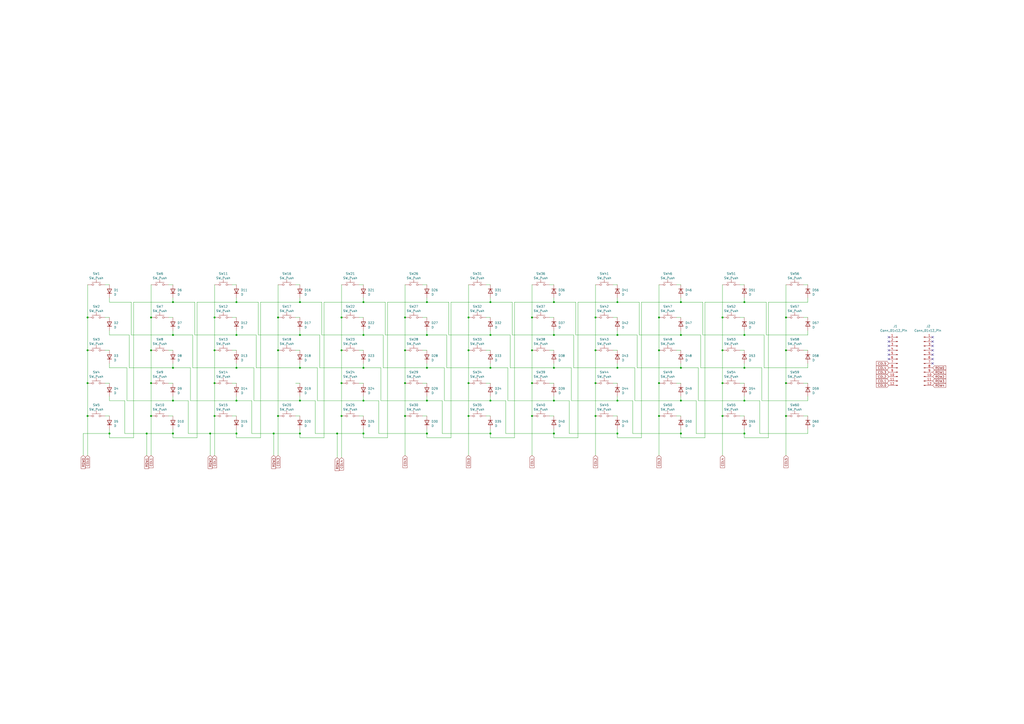
<source format=kicad_sch>
(kicad_sch (version 20230121) (generator eeschema)
  (paper "A2")
  (lib_symbols
    (symbol "Connector:Conn_01x12_Pin" (pin_names (offset 1.016) hide)
      (property "Reference" "J" (at 0 15.24 0))
      (property "Value" "Conn_01x12_Pin" (at 0 -17.78 0))
      (symbol "Conn_01x12_Pin_1_1"
        (pin passive line (at 5.08 12.7 180) (length 3.81) (name "Pin_1") (number "1"))
        (pin passive line (at 5.08 -10.16 180) (length 3.81) (name "Pin_10") (number "10"))
        (pin passive line (at 5.08 -12.7 180) (length 3.81) (name "Pin_11") (number "11"))
        (pin passive line (at 5.08 -15.24 180) (length 3.81) (name "Pin_12") (number "12"))
        (pin passive line (at 5.08 10.16 180) (length 3.81) (name "Pin_2") (number "2"))
        (pin passive line (at 5.08 7.62 180) (length 3.81) (name "Pin_3") (number "3"))
        (pin passive line (at 5.08 5.08 180) (length 3.81) (name "Pin_4") (number "4"))
        (pin passive line (at 5.08 2.54 180) (length 3.81) (name "Pin_5") (number "5"))
        (pin passive line (at 5.08 0 180) (length 3.81) (name "Pin_6") (number "6"))
        (pin passive line (at 5.08 -2.54 180) (length 3.81) (name "Pin_7") (number "7"))
        (pin passive line (at 5.08 -5.08 180) (length 3.81) (name "Pin_8") (number "8"))
        (pin passive line (at 5.08 -7.62 180) (length 3.81) (name "Pin_9") (number "9"))
      )
    )
    (symbol "Device:D" (pin_numbers hide) (pin_names (offset 1.016) hide)
      (property "Reference" "D" (at 0 2.54 0))
      (property "Value" "D" (at 0 -2.54 0))
      (symbol "D_1_1"
        (pin passive line (at -3.81 0 0) (length 2.54) (name "K") (number "1"))
        (pin passive line (at 3.81 0 180) (length 2.54) (name "A") (number "2"))
      )
    )
    (symbol "Switch:SW_Push" (pin_numbers hide) (pin_names (offset 1.016) hide)
      (property "Reference" "SW" (at 1.27 2.54 0))
      (property "Value" "SW_Push" (at 0 -1.524 0))
      (symbol "SW_Push_0_1"
        (pin passive line (at -5.08 0 0) (length 2.54) (name "1") (number "1"))
        (pin passive line (at 5.08 0 180) (length 2.54) (name "2") (number "2"))
      )
    )
  )
  (junction (at 284.48 213.36))
  (junction (at 87.63 184.15))
  (junction (at 137.16 251.46))
  (junction (at 284.48 194.31))
  (junction (at 455.93 203.2))
  (junction (at 271.78 222.25))
  (junction (at 198.12 203.2))
  (junction (at 195.58 251.46))
  (junction (at 137.16 175.26))
  (junction (at 431.8 232.41))
  (junction (at 87.63 241.3))
  (junction (at 100.33 213.36))
  (junction (at 308.61 184.15))
  (junction (at 124.46 241.3))
  (junction (at 308.61 222.25))
  (junction (at 198.12 241.3))
  (junction (at 198.12 184.15))
  (junction (at 382.27 222.25))
  (junction (at 50.8 203.2))
  (junction (at 308.61 241.3))
  (junction (at 455.93 241.3))
  (junction (at 358.14 251.46))
  (junction (at 198.12 222.25))
  (junction (at 100.33 194.31))
  (junction (at 124.46 203.2))
  (junction (at 87.63 222.25))
  (junction (at 247.65 194.31))
  (junction (at 321.31 251.46))
  (junction (at 358.14 213.36))
  (junction (at 345.44 203.2))
  (junction (at 321.31 232.41))
  (junction (at 394.97 194.31))
  (junction (at 234.95 184.15))
  (junction (at 394.97 251.46))
  (junction (at 382.27 203.2))
  (junction (at 85.09 251.46))
  (junction (at 234.95 241.3))
  (junction (at 394.97 175.26))
  (junction (at 419.1 184.15))
  (junction (at 210.82 194.31))
  (junction (at 345.44 184.15))
  (junction (at 431.8 213.36))
  (junction (at 173.99 194.31))
  (junction (at 161.29 203.2))
  (junction (at 173.99 175.26))
  (junction (at 284.48 232.41))
  (junction (at 50.8 222.25))
  (junction (at 50.8 184.15))
  (junction (at 121.92 251.46))
  (junction (at 431.8 175.26))
  (junction (at 234.95 222.25))
  (junction (at 321.31 213.36))
  (junction (at 173.99 251.46))
  (junction (at 382.27 241.3))
  (junction (at 63.5 251.46))
  (junction (at 137.16 213.36))
  (junction (at 100.33 232.41))
  (junction (at 308.61 203.2))
  (junction (at 358.14 194.31))
  (junction (at 345.44 241.3))
  (junction (at 50.8 241.3))
  (junction (at 100.33 251.46))
  (junction (at 158.75 251.46))
  (junction (at 87.63 203.2))
  (junction (at 247.65 251.46))
  (junction (at 247.65 175.26))
  (junction (at 419.1 203.2))
  (junction (at 284.48 175.26))
  (junction (at 455.93 222.25))
  (junction (at 419.1 241.3))
  (junction (at 124.46 184.15))
  (junction (at 137.16 194.31))
  (junction (at 358.14 175.26))
  (junction (at 137.16 232.41))
  (junction (at 210.82 213.36))
  (junction (at 124.46 222.25))
  (junction (at 284.48 251.46))
  (junction (at 234.95 203.2))
  (junction (at 173.99 213.36))
  (junction (at 210.82 251.46))
  (junction (at 271.78 241.3))
  (junction (at 345.44 222.25))
  (junction (at 394.97 213.36))
  (junction (at 210.82 175.26))
  (junction (at 100.33 175.26))
  (junction (at 382.27 184.15))
  (junction (at 394.97 232.41))
  (junction (at 247.65 213.36))
  (junction (at 210.82 232.41))
  (junction (at 455.93 184.15))
  (junction (at 161.29 184.15))
  (junction (at 247.65 232.41))
  (junction (at 271.78 203.2))
  (junction (at 358.14 232.41))
  (junction (at 321.31 175.26))
  (junction (at 321.31 194.31))
  (junction (at 419.1 222.25))
  (junction (at 161.29 241.3))
  (junction (at 173.99 232.41))
  (junction (at 431.8 194.31))
  (junction (at 271.78 184.15))
  (junction (at 431.8 251.46))
  (no_connect (at 515.62 205.74))
  (no_connect (at 515.62 195.58))
  (no_connect (at 541.02 200.66))
  (no_connect (at 515.62 198.12))
  (no_connect (at 541.02 208.28))
  (no_connect (at 515.62 200.66))
  (no_connect (at 515.62 203.2))
  (no_connect (at 515.62 208.28))
  (no_connect (at 541.02 198.12))
  (no_connect (at 541.02 210.82))
  (no_connect (at 541.02 195.58))
  (no_connect (at 541.02 205.74))
  (no_connect (at 541.02 203.2))
  (wire (pts (xy 77.47 254) (xy 77.47 175.26)))
  (wire (pts (xy 358.14 241.3) (xy 355.6 241.3)))
  (wire (pts (xy 124.46 241.3) (xy 124.46 264.16)))
  (wire (pts (xy 271.78 184.15) (xy 271.78 203.2)))
  (wire (pts (xy 321.31 165.1) (xy 318.77 165.1)))
  (wire (pts (xy 247.65 213.36) (xy 257.81 213.36)))
  (wire (pts (xy 198.12 165.1) (xy 198.12 184.15)))
  (wire (pts (xy 394.97 248.92) (xy 394.97 251.46)))
  (wire (pts (xy 358.14 229.87) (xy 358.14 232.41)))
  (wire (pts (xy 367.03 251.46) (xy 394.97 251.46)))
  (wire (pts (xy 50.8 241.3) (xy 50.8 264.16)))
  (wire (pts (xy 77.47 175.26) (xy 100.33 175.26)))
  (wire (pts (xy 394.97 213.36) (xy 405.13 213.36)))
  (wire (pts (xy 257.81 213.36) (xy 257.81 232.41)))
  (wire (pts (xy 63.5 175.26) (xy 76.2 175.26)))
  (wire (pts (xy 332.74 194.31) (xy 332.74 213.36)))
  (wire (pts (xy 173.99 254) (xy 173.99 251.46)))
  (wire (pts (xy 345.44 165.1) (xy 345.44 184.15)))
  (wire (pts (xy 308.61 184.15) (xy 308.61 203.2)))
  (wire (pts (xy 295.91 194.31) (xy 295.91 213.36)))
  (wire (pts (xy 198.12 241.3) (xy 198.12 265.43)))
  (wire (pts (xy 330.2 251.46) (xy 358.14 251.46)))
  (wire (pts (xy 330.2 232.41) (xy 330.2 251.46)))
  (wire (pts (xy 63.5 210.82) (xy 63.5 213.36)))
  (wire (pts (xy 173.99 184.15) (xy 171.45 184.15)))
  (wire (pts (xy 185.42 194.31) (xy 185.42 213.36)))
  (wire (pts (xy 431.8 184.15) (xy 429.26 184.15)))
  (wire (pts (xy 210.82 175.26) (xy 223.52 175.26)))
  (wire (pts (xy 382.27 184.15) (xy 382.27 203.2)))
  (wire (pts (xy 419.1 165.1) (xy 419.1 184.15)))
  (wire (pts (xy 468.63 184.15) (xy 466.09 184.15)))
  (wire (pts (xy 247.65 232.41) (xy 256.54 232.41)))
  (wire (pts (xy 445.77 254) (xy 445.77 175.26)))
  (wire (pts (xy 321.31 172.72) (xy 321.31 175.26)))
  (wire (pts (xy 293.37 251.46) (xy 321.31 251.46)))
  (wire (pts (xy 100.33 210.82) (xy 100.33 213.36)))
  (wire (pts (xy 297.18 194.31) (xy 321.31 194.31)))
  (wire (pts (xy 50.8 203.2) (xy 50.8 222.25)))
  (wire (pts (xy 247.65 172.72) (xy 247.65 175.26)))
  (wire (pts (xy 185.42 213.36) (xy 210.82 213.36)))
  (wire (pts (xy 394.97 254) (xy 408.94 254)))
  (wire (pts (xy 419.1 222.25) (xy 419.1 241.3)))
  (wire (pts (xy 284.48 165.1) (xy 281.94 165.1)))
  (wire (pts (xy 219.71 232.41) (xy 219.71 251.46)))
  (wire (pts (xy 210.82 172.72) (xy 210.82 175.26)))
  (wire (pts (xy 358.14 203.2) (xy 355.6 203.2)))
  (wire (pts (xy 222.25 194.31) (xy 222.25 213.36)))
  (wire (pts (xy 271.78 222.25) (xy 271.78 241.3)))
  (wire (pts (xy 444.5 175.26) (xy 444.5 194.31)))
  (wire (pts (xy 114.3 254) (xy 114.3 175.26)))
  (wire (pts (xy 394.97 175.26) (xy 407.67 175.26)))
  (wire (pts (xy 63.5 184.15) (xy 60.96 184.15)))
  (wire (pts (xy 48.26 251.46) (xy 48.26 264.16)))
  (wire (pts (xy 63.5 213.36) (xy 73.66 213.36)))
  (wire (pts (xy 210.82 254) (xy 210.82 251.46)))
  (wire (pts (xy 247.65 203.2) (xy 245.11 203.2)))
  (wire (pts (xy 358.14 210.82) (xy 358.14 213.36)))
  (wire (pts (xy 113.03 194.31) (xy 137.16 194.31)))
  (wire (pts (xy 345.44 222.25) (xy 345.44 241.3)))
  (wire (pts (xy 247.65 194.31) (xy 259.08 194.31)))
  (wire (pts (xy 331.47 232.41) (xy 358.14 232.41)))
  (wire (pts (xy 403.86 232.41) (xy 403.86 251.46)))
  (wire (pts (xy 468.63 248.92) (xy 468.63 251.46)))
  (wire (pts (xy 284.48 213.36) (xy 294.64 213.36)))
  (wire (pts (xy 431.8 254) (xy 431.8 251.46)))
  (wire (pts (xy 358.14 213.36) (xy 368.3 213.36)))
  (wire (pts (xy 173.99 241.3) (xy 171.45 241.3)))
  (wire (pts (xy 63.5 241.3) (xy 60.96 241.3)))
  (wire (pts (xy 234.95 241.3) (xy 234.95 264.16)))
  (wire (pts (xy 184.15 213.36) (xy 184.15 232.41)))
  (wire (pts (xy 87.63 184.15) (xy 87.63 203.2)))
  (wire (pts (xy 63.5 229.87) (xy 63.5 232.41)))
  (wire (pts (xy 100.33 232.41) (xy 109.22 232.41)))
  (wire (pts (xy 220.98 213.36) (xy 220.98 232.41)))
  (wire (pts (xy 173.99 165.1) (xy 171.45 165.1)))
  (wire (pts (xy 161.29 184.15) (xy 161.29 203.2)))
  (wire (pts (xy 441.96 232.41) (xy 468.63 232.41)))
  (wire (pts (xy 63.5 165.1) (xy 60.96 165.1)))
  (wire (pts (xy 271.78 241.3) (xy 271.78 264.16)))
  (wire (pts (xy 100.33 194.31) (xy 111.76 194.31)))
  (wire (pts (xy 210.82 165.1) (xy 208.28 165.1)))
  (wire (pts (xy 210.82 222.25) (xy 208.28 222.25)))
  (wire (pts (xy 308.61 165.1) (xy 308.61 184.15)))
  (wire (pts (xy 321.31 241.3) (xy 318.77 241.3)))
  (wire (pts (xy 284.48 248.92) (xy 284.48 251.46)))
  (wire (pts (xy 468.63 241.3) (xy 466.09 241.3)))
  (wire (pts (xy 100.33 254) (xy 114.3 254)))
  (wire (pts (xy 334.01 194.31) (xy 358.14 194.31)))
  (wire (pts (xy 382.27 241.3) (xy 382.27 264.16)))
  (wire (pts (xy 259.08 213.36) (xy 284.48 213.36)))
  (wire (pts (xy 382.27 203.2) (xy 382.27 222.25)))
  (wire (pts (xy 419.1 203.2) (xy 419.1 222.25)))
  (wire (pts (xy 358.14 254) (xy 372.11 254)))
  (wire (pts (xy 220.98 232.41) (xy 247.65 232.41)))
  (wire (pts (xy 247.65 165.1) (xy 245.11 165.1)))
  (wire (pts (xy 74.93 213.36) (xy 100.33 213.36)))
  (wire (pts (xy 63.5 203.2) (xy 60.96 203.2)))
  (wire (pts (xy 455.93 222.25) (xy 455.93 241.3)))
  (wire (pts (xy 137.16 254) (xy 137.16 251.46)))
  (wire (pts (xy 173.99 203.2) (xy 171.45 203.2)))
  (wire (pts (xy 468.63 191.77) (xy 468.63 194.31)))
  (wire (pts (xy 187.96 254) (xy 187.96 175.26)))
  (wire (pts (xy 114.3 175.26) (xy 137.16 175.26)))
  (wire (pts (xy 406.4 213.36) (xy 431.8 213.36)))
  (wire (pts (xy 137.16 194.31) (xy 148.59 194.31)))
  (wire (pts (xy 73.66 213.36) (xy 73.66 232.41)))
  (wire (pts (xy 382.27 165.1) (xy 382.27 184.15)))
  (wire (pts (xy 63.5 172.72) (xy 63.5 175.26)))
  (wire (pts (xy 146.05 232.41) (xy 146.05 251.46)))
  (wire (pts (xy 173.99 232.41) (xy 182.88 232.41)))
  (wire (pts (xy 321.31 254) (xy 321.31 251.46)))
  (wire (pts (xy 100.33 175.26) (xy 113.03 175.26)))
  (wire (pts (xy 219.71 251.46) (xy 247.65 251.46)))
  (wire (pts (xy 173.99 175.26) (xy 186.69 175.26)))
  (wire (pts (xy 223.52 194.31) (xy 247.65 194.31)))
  (wire (pts (xy 394.97 254) (xy 394.97 251.46)))
  (wire (pts (xy 76.2 175.26) (xy 76.2 194.31)))
  (wire (pts (xy 223.52 175.26) (xy 223.52 194.31)))
  (wire (pts (xy 173.99 254) (xy 187.96 254)))
  (wire (pts (xy 63.5 191.77) (xy 63.5 194.31)))
  (wire (pts (xy 345.44 184.15) (xy 345.44 203.2)))
  (wire (pts (xy 431.8 229.87) (xy 431.8 232.41)))
  (wire (pts (xy 87.63 222.25) (xy 87.63 241.3)))
  (wire (pts (xy 210.82 210.82) (xy 210.82 213.36)))
  (wire (pts (xy 234.95 203.2) (xy 234.95 222.25)))
  (wire (pts (xy 173.99 194.31) (xy 185.42 194.31)))
  (wire (pts (xy 124.46 165.1) (xy 124.46 184.15)))
  (wire (pts (xy 394.97 210.82) (xy 394.97 213.36)))
  (wire (pts (xy 321.31 191.77) (xy 321.31 194.31)))
  (wire (pts (xy 443.23 213.36) (xy 468.63 213.36)))
  (wire (pts (xy 394.97 222.25) (xy 392.43 222.25)))
  (wire (pts (xy 210.82 241.3) (xy 208.28 241.3)))
  (wire (pts (xy 468.63 203.2) (xy 466.09 203.2)))
  (wire (pts (xy 100.33 241.3) (xy 97.79 241.3)))
  (wire (pts (xy 147.32 232.41) (xy 173.99 232.41)))
  (wire (pts (xy 370.84 175.26) (xy 370.84 194.31)))
  (wire (pts (xy 284.48 232.41) (xy 293.37 232.41)))
  (wire (pts (xy 234.95 222.25) (xy 234.95 241.3)))
  (wire (pts (xy 443.23 194.31) (xy 443.23 213.36)))
  (wire (pts (xy 173.99 248.92) (xy 173.99 251.46)))
  (wire (pts (xy 367.03 232.41) (xy 367.03 251.46)))
  (wire (pts (xy 137.16 232.41) (xy 146.05 232.41)))
  (wire (pts (xy 321.31 248.92) (xy 321.31 251.46)))
  (wire (pts (xy 110.49 213.36) (xy 110.49 232.41)))
  (wire (pts (xy 173.99 191.77) (xy 173.99 194.31)))
  (wire (pts (xy 345.44 203.2) (xy 345.44 222.25)))
  (wire (pts (xy 369.57 213.36) (xy 394.97 213.36)))
  (wire (pts (xy 146.05 251.46) (xy 158.75 251.46)))
  (wire (pts (xy 444.5 194.31) (xy 468.63 194.31)))
  (wire (pts (xy 186.69 194.31) (xy 210.82 194.31)))
  (wire (pts (xy 195.58 251.46) (xy 195.58 265.43)))
  (wire (pts (xy 358.14 194.31) (xy 369.57 194.31)))
  (wire (pts (xy 147.32 213.36) (xy 147.32 232.41)))
  (wire (pts (xy 151.13 175.26) (xy 173.99 175.26)))
  (wire (pts (xy 372.11 175.26) (xy 394.97 175.26)))
  (wire (pts (xy 308.61 222.25) (xy 308.61 241.3)))
  (wire (pts (xy 431.8 241.3) (xy 429.26 241.3)))
  (wire (pts (xy 85.09 251.46) (xy 85.09 264.16)))
  (wire (pts (xy 111.76 194.31) (xy 111.76 213.36)))
  (wire (pts (xy 195.58 251.46) (xy 210.82 251.46)))
  (wire (pts (xy 431.8 254) (xy 445.77 254)))
  (wire (pts (xy 431.8 175.26) (xy 444.5 175.26)))
  (wire (pts (xy 358.14 175.26) (xy 370.84 175.26)))
  (wire (pts (xy 124.46 222.25) (xy 124.46 241.3)))
  (wire (pts (xy 121.92 251.46) (xy 137.16 251.46)))
  (wire (pts (xy 394.97 194.31) (xy 406.4 194.31)))
  (wire (pts (xy 247.65 241.3) (xy 245.11 241.3)))
  (wire (pts (xy 431.8 203.2) (xy 429.26 203.2)))
  (wire (pts (xy 257.81 232.41) (xy 284.48 232.41)))
  (wire (pts (xy 284.48 241.3) (xy 281.94 241.3)))
  (wire (pts (xy 394.97 184.15) (xy 392.43 184.15)))
  (wire (pts (xy 161.29 165.1) (xy 161.29 184.15)))
  (wire (pts (xy 321.31 203.2) (xy 318.77 203.2)))
  (wire (pts (xy 431.8 213.36) (xy 441.96 213.36)))
  (wire (pts (xy 137.16 213.36) (xy 147.32 213.36)))
  (wire (pts (xy 72.39 251.46) (xy 85.09 251.46)))
  (wire (pts (xy 297.18 175.26) (xy 297.18 194.31)))
  (wire (pts (xy 85.09 251.46) (xy 100.33 251.46)))
  (wire (pts (xy 50.8 222.25) (xy 50.8 241.3)))
  (wire (pts (xy 247.65 254) (xy 247.65 251.46)))
  (wire (pts (xy 247.65 222.25) (xy 245.11 222.25)))
  (wire (pts (xy 210.82 232.41) (xy 219.71 232.41)))
  (wire (pts (xy 321.31 254) (xy 335.28 254)))
  (wire (pts (xy 173.99 229.87) (xy 173.99 232.41)))
  (wire (pts (xy 370.84 194.31) (xy 394.97 194.31)))
  (wire (pts (xy 50.8 184.15) (xy 50.8 203.2)))
  (wire (pts (xy 358.14 254) (xy 358.14 251.46)))
  (wire (pts (xy 298.45 254) (xy 298.45 175.26)))
  (wire (pts (xy 284.48 203.2) (xy 281.94 203.2)))
  (wire (pts (xy 74.93 194.31) (xy 74.93 213.36)))
  (wire (pts (xy 234.95 184.15) (xy 234.95 203.2)))
  (wire (pts (xy 372.11 254) (xy 372.11 175.26)))
  (wire (pts (xy 256.54 232.41) (xy 256.54 251.46)))
  (wire (pts (xy 137.16 248.92) (xy 137.16 251.46)))
  (wire (pts (xy 109.22 251.46) (xy 121.92 251.46)))
  (wire (pts (xy 247.65 210.82) (xy 247.65 213.36)))
  (wire (pts (xy 455.93 184.15) (xy 455.93 203.2)))
  (wire (pts (xy 335.28 175.26) (xy 358.14 175.26)))
  (wire (pts (xy 100.33 172.72) (xy 100.33 175.26)))
  (wire (pts (xy 431.8 165.1) (xy 429.26 165.1)))
  (wire (pts (xy 407.67 194.31) (xy 431.8 194.31)))
  (wire (pts (xy 158.75 251.46) (xy 158.75 264.16)))
  (wire (pts (xy 468.63 172.72) (xy 468.63 175.26)))
  (wire (pts (xy 182.88 232.41) (xy 182.88 251.46)))
  (wire (pts (xy 419.1 184.15) (xy 419.1 203.2)))
  (wire (pts (xy 100.33 191.77) (xy 100.33 194.31)))
  (wire (pts (xy 148.59 213.36) (xy 173.99 213.36)))
  (wire (pts (xy 321.31 194.31) (xy 332.74 194.31)))
  (wire (pts (xy 284.48 254) (xy 298.45 254)))
  (wire (pts (xy 100.33 213.36) (xy 110.49 213.36)))
  (wire (pts (xy 284.48 254) (xy 284.48 251.46)))
  (wire (pts (xy 332.74 213.36) (xy 358.14 213.36)))
  (wire (pts (xy 210.82 213.36) (xy 220.98 213.36)))
  (wire (pts (xy 247.65 254) (xy 261.62 254)))
  (wire (pts (xy 441.96 213.36) (xy 441.96 232.41)))
  (wire (pts (xy 137.16 175.26) (xy 149.86 175.26)))
  (wire (pts (xy 124.46 184.15) (xy 124.46 203.2)))
  (wire (pts (xy 419.1 241.3) (xy 419.1 264.16)))
  (wire (pts (xy 63.5 232.41) (xy 72.39 232.41)))
  (wire (pts (xy 394.97 191.77) (xy 394.97 194.31)))
  (wire (pts (xy 321.31 232.41) (xy 330.2 232.41)))
  (wire (pts (xy 198.12 184.15) (xy 198.12 203.2)))
  (wire (pts (xy 321.31 229.87) (xy 321.31 232.41)))
  (wire (pts (xy 295.91 213.36) (xy 321.31 213.36)))
  (wire (pts (xy 76.2 194.31) (xy 100.33 194.31)))
  (wire (pts (xy 260.35 194.31) (xy 284.48 194.31)))
  (wire (pts (xy 198.12 203.2) (xy 198.12 222.25)))
  (wire (pts (xy 186.69 175.26) (xy 186.69 194.31)))
  (wire (pts (xy 173.99 213.36) (xy 184.15 213.36)))
  (wire (pts (xy 161.29 203.2) (xy 161.29 241.3)))
  (wire (pts (xy 184.15 232.41) (xy 210.82 232.41)))
  (wire (pts (xy 431.8 194.31) (xy 443.23 194.31)))
  (wire (pts (xy 394.97 229.87) (xy 394.97 232.41)))
  (wire (pts (xy 394.97 172.72) (xy 394.97 175.26)))
  (wire (pts (xy 173.99 222.25) (xy 171.45 222.25)))
  (wire (pts (xy 210.82 191.77) (xy 210.82 194.31)))
  (wire (pts (xy 440.69 251.46) (xy 468.63 251.46)))
  (wire (pts (xy 335.28 254) (xy 335.28 175.26)))
  (wire (pts (xy 137.16 241.3) (xy 134.62 241.3)))
  (wire (pts (xy 137.16 210.82) (xy 137.16 213.36)))
  (wire (pts (xy 100.33 184.15) (xy 97.79 184.15)))
  (wire (pts (xy 431.8 191.77) (xy 431.8 194.31)))
  (wire (pts (xy 407.67 175.26) (xy 407.67 194.31)))
  (wire (pts (xy 224.79 175.26) (xy 247.65 175.26)))
  (wire (pts (xy 151.13 254) (xy 151.13 175.26)))
  (wire (pts (xy 234.95 165.1) (xy 234.95 184.15)))
  (wire (pts (xy 331.47 213.36) (xy 331.47 232.41)))
  (wire (pts (xy 63.5 248.92) (xy 63.5 251.46)))
  (wire (pts (xy 431.8 232.41) (xy 440.69 232.41)))
  (wire (pts (xy 321.31 210.82) (xy 321.31 213.36)))
  (wire (pts (xy 394.97 232.41) (xy 403.86 232.41)))
  (wire (pts (xy 210.82 248.92) (xy 210.82 251.46)))
  (wire (pts (xy 431.8 172.72) (xy 431.8 175.26)))
  (wire (pts (xy 100.33 203.2) (xy 97.79 203.2)))
  (wire (pts (xy 271.78 203.2) (xy 271.78 222.25)))
  (wire (pts (xy 284.48 175.26) (xy 297.18 175.26)))
  (wire (pts (xy 73.66 232.41) (xy 100.33 232.41)))
  (wire (pts (xy 100.33 254) (xy 100.33 251.46)))
  (wire (pts (xy 284.48 229.87) (xy 284.48 232.41)))
  (wire (pts (xy 137.16 222.25) (xy 134.62 222.25)))
  (wire (pts (xy 468.63 222.25) (xy 466.09 222.25)))
  (wire (pts (xy 109.22 232.41) (xy 109.22 251.46)))
  (wire (pts (xy 210.82 194.31) (xy 222.25 194.31)))
  (wire (pts (xy 408.94 175.26) (xy 431.8 175.26)))
  (wire (pts (xy 100.33 165.1) (xy 97.79 165.1)))
  (wire (pts (xy 260.35 175.26) (xy 260.35 194.31)))
  (wire (pts (xy 298.45 175.26) (xy 321.31 175.26)))
  (wire (pts (xy 394.97 165.1) (xy 392.43 165.1)))
  (wire (pts (xy 111.76 213.36) (xy 137.16 213.36)))
  (wire (pts (xy 284.48 222.25) (xy 281.94 222.25)))
  (wire (pts (xy 63.5 194.31) (xy 74.93 194.31)))
  (wire (pts (xy 358.14 248.92) (xy 358.14 251.46)))
  (wire (pts (xy 358.14 191.77) (xy 358.14 194.31)))
  (wire (pts (xy 431.8 210.82) (xy 431.8 213.36)))
  (wire (pts (xy 137.16 254) (xy 151.13 254)))
  (wire (pts (xy 210.82 229.87) (xy 210.82 232.41)))
  (wire (pts (xy 394.97 203.2) (xy 392.43 203.2)))
  (wire (pts (xy 161.29 241.3) (xy 161.29 264.16)))
  (wire (pts (xy 284.48 172.72) (xy 284.48 175.26)))
  (wire (pts (xy 403.86 251.46) (xy 431.8 251.46)))
  (wire (pts (xy 382.27 222.25) (xy 382.27 241.3)))
  (wire (pts (xy 182.88 251.46) (xy 195.58 251.46)))
  (wire (pts (xy 468.63 165.1) (xy 466.09 165.1)))
  (wire (pts (xy 358.14 165.1) (xy 355.6 165.1)))
  (wire (pts (xy 210.82 203.2) (xy 208.28 203.2)))
  (wire (pts (xy 149.86 194.31) (xy 173.99 194.31)))
  (wire (pts (xy 63.5 254) (xy 77.47 254)))
  (wire (pts (xy 210.82 254) (xy 224.79 254)))
  (wire (pts (xy 87.63 165.1) (xy 87.63 184.15)))
  (wire (pts (xy 294.64 213.36) (xy 294.64 232.41)))
  (wire (pts (xy 293.37 232.41) (xy 293.37 251.46)))
  (wire (pts (xy 284.48 184.15) (xy 281.94 184.15)))
  (wire (pts (xy 137.16 172.72) (xy 137.16 175.26)))
  (wire (pts (xy 345.44 241.3) (xy 345.44 264.16)))
  (wire (pts (xy 256.54 251.46) (xy 284.48 251.46)))
  (wire (pts (xy 158.75 251.46) (xy 173.99 251.46)))
  (wire (pts (xy 321.31 213.36) (xy 331.47 213.36)))
  (wire (pts (xy 137.16 165.1) (xy 134.62 165.1)))
  (wire (pts (xy 72.39 232.41) (xy 72.39 251.46)))
  (wire (pts (xy 247.65 191.77) (xy 247.65 194.31)))
  (wire (pts (xy 173.99 172.72) (xy 173.99 175.26)))
  (wire (pts (xy 284.48 194.31) (xy 295.91 194.31)))
  (wire (pts (xy 405.13 232.41) (xy 431.8 232.41)))
  (wire (pts (xy 137.16 191.77) (xy 137.16 194.31)))
  (wire (pts (xy 455.93 165.1) (xy 455.93 184.15)))
  (wire (pts (xy 394.97 241.3) (xy 392.43 241.3)))
  (wire (pts (xy 358.14 184.15) (xy 355.6 184.15)))
  (wire (pts (xy 100.33 229.87) (xy 100.33 232.41)))
  (wire (pts (xy 358.14 172.72) (xy 358.14 175.26)))
  (wire (pts (xy 247.65 175.26) (xy 260.35 175.26)))
  (wire (pts (xy 110.49 232.41) (xy 137.16 232.41)))
  (wire (pts (xy 247.65 248.92) (xy 247.65 251.46)))
  (wire (pts (xy 137.16 203.2) (xy 134.62 203.2)))
  (wire (pts (xy 198.12 222.25) (xy 198.12 241.3)))
  (wire (pts (xy 440.69 232.41) (xy 440.69 251.46)))
  (wire (pts (xy 63.5 251.46) (xy 63.5 254)))
  (wire (pts (xy 137.16 184.15) (xy 134.62 184.15)))
  (wire (pts (xy 455.93 241.3) (xy 455.93 264.16)))
  (wire (pts (xy 124.46 203.2) (xy 124.46 222.25)))
  (wire (pts (xy 468.63 229.87) (xy 468.63 232.41)))
  (wire (pts (xy 247.65 229.87) (xy 247.65 232.41)))
  (wire (pts (xy 100.33 248.92) (xy 100.33 251.46)))
  (wire (pts (xy 63.5 222.25) (xy 60.96 222.25)))
  (wire (pts (xy 173.99 210.82) (xy 173.99 213.36)))
  (wire (pts (xy 222.25 213.36) (xy 247.65 213.36)))
  (wire (pts (xy 87.63 241.3) (xy 87.63 264.16)))
  (wire (pts (xy 445.77 175.26) (xy 468.63 175.26)))
  (wire (pts (xy 224.79 254) (xy 224.79 175.26)))
  (wire (pts (xy 187.96 175.26) (xy 210.82 175.26)))
  (wire (pts (xy 369.57 194.31) (xy 369.57 213.36)))
  (wire (pts (xy 271.78 165.1) (xy 271.78 184.15)))
  (wire (pts (xy 259.08 194.31) (xy 259.08 213.36)))
  (wire (pts (xy 121.92 251.46) (xy 121.92 264.16)))
  (wire (pts (xy 50.8 165.1) (xy 50.8 184.15)))
  (wire (pts (xy 368.3 213.36) (xy 368.3 232.41)))
  (wire (pts (xy 261.62 254) (xy 261.62 175.26)))
  (wire (pts (xy 468.63 210.82) (xy 468.63 213.36)))
  (wire (pts (xy 137.16 229.87) (xy 137.16 232.41)))
  (wire (pts (xy 358.14 222.25) (xy 355.6 222.25)))
  (wire (pts (xy 284.48 191.77) (xy 284.48 194.31)))
  (wire (pts (xy 321.31 184.15) (xy 318.77 184.15)))
  (wire (pts (xy 261.62 175.26) (xy 284.48 175.26)))
  (wire (pts (xy 63.5 251.46) (xy 48.26 251.46)))
  (wire (pts (xy 334.01 175.26) (xy 334.01 194.31)))
  (wire (pts (xy 406.4 194.31) (xy 406.4 213.36)))
  (wire (pts (xy 100.33 222.25) (xy 97.79 222.25)))
  (wire (pts (xy 308.61 203.2) (xy 308.61 222.25)))
  (wire (pts (xy 321.31 222.25) (xy 318.77 222.25)))
  (wire (pts (xy 405.13 213.36) (xy 405.13 232.41)))
  (wire (pts (xy 149.86 175.26) (xy 149.86 194.31)))
  (wire (pts (xy 368.3 232.41) (xy 394.97 232.41)))
  (wire (pts (xy 148.59 194.31) (xy 148.59 213.36)))
  (wire (pts (xy 247.65 184.15) (xy 245.11 184.15)))
  (wire (pts (xy 284.48 210.82) (xy 284.48 213.36)))
  (wire (pts (xy 408.94 254) (xy 408.94 175.26)))
  (wire (pts (xy 294.64 232.41) (xy 321.31 232.41)))
  (wire (pts (xy 321.31 175.26) (xy 334.01 175.26)))
  (wire (pts (xy 455.93 203.2) (xy 455.93 222.25)))
  (wire (pts (xy 431.8 248.92) (xy 431.8 251.46)))
  (wire (pts (xy 431.8 222.25) (xy 429.26 222.25)))
  (wire (pts (xy 87.63 203.2) (xy 87.63 222.25)))
  (wire (pts (xy 210.82 184.15) (xy 208.28 184.15)))
  (wire (pts (xy 358.14 232.41) (xy 367.03 232.41)))
  (wire (pts (xy 308.61 241.3) (xy 308.61 264.16)))
  (wire (pts (xy 113.03 175.26) (xy 113.03 194.31)))
  (global_label "ROW4" (shape input) (at 195.58 265.43 270) (property "Intersheetrefs" "${INTERSHEET_REFS}" (effects hide)))
  (global_label "COL3" (shape input) (at 161.29 264.16 270) (property "Intersheetrefs" "${INTERSHEET_REFS}" (effects hide)))
  (global_label "COL5" (shape input) (at 234.95 264.16 270) (property "Intersheetrefs" "${INTERSHEET_REFS}" (effects hide)))
  (global_label "ROW4" (shape input) (at 541.02 223.52 0) (property "Intersheetrefs" "${INTERSHEET_REFS}" (effects hide)))
  (global_label "ROW3" (shape input) (at 541.02 220.98 0) (property "Intersheetrefs" "${INTERSHEET_REFS}" (effects hide)))
  (global_label "ROW2" (shape input) (at 541.02 218.44 0) (property "Intersheetrefs" "${INTERSHEET_REFS}" (effects hide)))
  (global_label "COL3" (shape input) (at 382.27 264.16 270) (property "Intersheetrefs" "${INTERSHEET_REFS}" (effects hide)))
  (global_label "COL2" (shape input) (at 345.44 264.16 270) (property "Intersheetrefs" "${INTERSHEET_REFS}" (effects hide)))
  (global_label "ROW1" (shape input) (at 85.09 264.16 270) (property "Intersheetrefs" "${INTERSHEET_REFS}" (effects hide)))
  (global_label "COL5" (shape input) (at 515.62 210.82 180) (property "Intersheetrefs" "${INTERSHEET_REFS}" (effects hide)))
  (global_label "COL4" (shape input) (at 198.12 265.43 270) (property "Intersheetrefs" "${INTERSHEET_REFS}" (effects hide)))
  (global_label "COL1" (shape input) (at 308.61 264.16 270) (property "Intersheetrefs" "${INTERSHEET_REFS}" (effects hide)))
  (global_label "COL4" (shape input) (at 419.1 264.16 270) (property "Intersheetrefs" "${INTERSHEET_REFS}" (effects hide)))
  (global_label "COL5" (shape input) (at 455.93 264.16 270) (property "Intersheetrefs" "${INTERSHEET_REFS}" (effects hide)))
  (global_label "ROW0" (shape input) (at 48.26 264.16 270) (property "Intersheetrefs" "${INTERSHEET_REFS}" (effects hide)))
  (global_label "COL1" (shape input) (at 515.62 220.98 180) (property "Intersheetrefs" "${INTERSHEET_REFS}" (effects hide)))
  (global_label "ROW0" (shape input) (at 541.02 213.36 0) (property "Intersheetrefs" "${INTERSHEET_REFS}" (effects hide)))
  (global_label "COL4" (shape input) (at 515.62 213.36 180) (property "Intersheetrefs" "${INTERSHEET_REFS}" (effects hide)))
  (global_label "COL0" (shape input) (at 50.8 264.16 270) (property "Intersheetrefs" "${INTERSHEET_REFS}" (effects hide)))
  (global_label "COL3" (shape input) (at 515.62 215.9 180) (property "Intersheetrefs" "${INTERSHEET_REFS}" (effects hide)))
  (global_label "ROW2" (shape input) (at 121.92 264.16 270) (property "Intersheetrefs" "${INTERSHEET_REFS}" (effects hide)))
  (global_label "ROW3" (shape input) (at 158.75 264.16 270) (property "Intersheetrefs" "${INTERSHEET_REFS}" (effects hide)))
  (global_label "COL0" (shape input) (at 271.78 264.16 270) (property "Intersheetrefs" "${INTERSHEET_REFS}" (effects hide)))
  (global_label "COL0" (shape input) (at 515.62 223.52 180) (property "Intersheetrefs" "${INTERSHEET_REFS}" (effects hide)))
  (global_label "ROW1" (shape input) (at 541.02 215.9 0) (property "Intersheetrefs" "${INTERSHEET_REFS}" (effects hide)))
  (global_label "COL2" (shape input) (at 515.62 218.44 180) (property "Intersheetrefs" "${INTERSHEET_REFS}" (effects hide)))
  (global_label "COL2" (shape input) (at 124.46 264.16 270) (property "Intersheetrefs" "${INTERSHEET_REFS}" (effects hide)))
  (global_label "COL1" (shape input) (at 87.63 264.16 270) (property "Intersheetrefs" "${INTERSHEET_REFS}" (effects hide)))
  (symbol (lib_id "Switch:SW_Push") (at 424.18 222.25 0) (unit 1)
    (property "Reference" "SW54" (at 424.18 215.9 0))
    (property "Value" "SW_Push" (at 424.18 218.44 0))
    (property "Footprint" "Button_Switch_Keyboard:SW_Cherry_MX_1.00u_PCB" (effects hide))
  )
  (symbol (lib_id "Switch:SW_Push") (at 92.71 222.25 0) (unit 1)
    (property "Reference" "SW9" (at 92.71 215.9 0))
    (property "Value" "SW_Push" (at 92.71 218.44 0))
    (property "Footprint" "Button_Switch_Keyboard:SW_Cherry_MX_1.00u_PCB" (effects hide))
  )
  (symbol (lib_id "Device:D") (at 284.48 168.91 270) (unit 1)
    (property "Reference" "D31" (at 287.02 168.275 90) (effects (justify left)))
    (property "Value" "D" (at 287.02 170.815 90) (effects (justify left)))
    (property "Footprint" "Diode_THT:D_A-405_P10.16mm_Horizontal" (effects hide))
    (property "Sim.Device" "D" (effects hide))
    (property "Sim.Pins" "1=K 2=A" (effects hide))
  )
  (symbol (lib_id "Connector:Conn_01x12_Pin") (at 535.94 208.28 0) (unit 1)
    (property "Reference" "J2" (at 539.75 189.23 0) (effects (justify right)))
    (property "Value" "Conn_01x12_Pin" (at 546.1 191.77 0) (effects (justify right)))
    (property "Footprint" "Connector_PinHeader_2.54mm:PinHeader_1x12_P2.54mm_Vertical" (effects hide))
  )
  (symbol (lib_id "Device:D") (at 63.5 245.11 90) (unit 1)
    (property "Reference" "D5" (at 66.04 244.475 90) (effects (justify right)))
    (property "Value" "D" (at 66.04 247.015 90) (effects (justify right)))
    (property "Footprint" "Diode_THT:D_A-405_P10.16mm_Horizontal" (effects hide))
    (property "Sim.Device" "D" (effects hide))
    (property "Sim.Pins" "1=K 2=A" (effects hide))
  )
  (symbol (lib_id "Device:D") (at 173.99 168.91 90) (unit 1)
    (property "Reference" "D16" (at 176.53 168.275 90) (effects (justify right)))
    (property "Value" "D" (at 176.53 170.815 90) (effects (justify right)))
    (property "Footprint" "Diode_THT:D_A-405_P10.16mm_Horizontal" (effects hide))
    (property "Sim.Device" "D" (effects hide))
    (property "Sim.Pins" "1=K 2=A" (effects hide))
  )
  (symbol (lib_id "Device:D") (at 63.5 187.96 90) (unit 1)
    (property "Reference" "D2" (at 66.04 187.325 90) (effects (justify right)))
    (property "Value" "D" (at 66.04 189.865 90) (effects (justify right)))
    (property "Footprint" "Diode_THT:D_A-405_P10.16mm_Horizontal" (effects hide))
    (property "Sim.Device" "D" (effects hide))
    (property "Sim.Pins" "1=K 2=A" (effects hide))
  )
  (symbol (lib_id "Device:D") (at 210.82 245.11 90) (unit 1)
    (property "Reference" "D25" (at 213.36 244.475 90) (effects (justify right)))
    (property "Value" "D" (at 213.36 247.015 90) (effects (justify right)))
    (property "Footprint" "Diode_THT:D_A-405_P10.16mm_Horizontal" (effects hide))
    (property "Sim.Device" "D" (effects hide))
    (property "Sim.Pins" "1=K 2=A" (effects hide))
  )
  (symbol (lib_id "Device:D") (at 210.82 226.06 90) (unit 1)
    (property "Reference" "D24" (at 213.36 225.425 90) (effects (justify right)))
    (property "Value" "D" (at 213.36 227.965 90) (effects (justify right)))
    (property "Footprint" "Diode_THT:D_A-405_P10.16mm_Horizontal" (effects hide))
    (property "Sim.Device" "D" (effects hide))
    (property "Sim.Pins" "1=K 2=A" (effects hide))
  )
  (symbol (lib_id "Device:D") (at 173.99 226.06 90) (unit 1)
    (property "Reference" "D19" (at 176.53 225.425 90) (effects (justify right)))
    (property "Value" "D" (at 176.53 227.965 90) (effects (justify right)))
    (property "Footprint" "Diode_THT:D_A-405_P10.16mm_Horizontal" (effects hide))
    (property "Sim.Device" "D" (effects hide))
    (property "Sim.Pins" "1=K 2=A" (effects hide))
  )
  (symbol (lib_id "Device:D") (at 210.82 207.01 90) (unit 1)
    (property "Reference" "D23" (at 213.36 206.375 90) (effects (justify right)))
    (property "Value" "D" (at 213.36 208.915 90) (effects (justify right)))
    (property "Footprint" "Diode_THT:D_A-405_P10.16mm_Horizontal" (effects hide))
    (property "Sim.Device" "D" (effects hide))
    (property "Sim.Pins" "1=K 2=A" (effects hide))
  )
  (symbol (lib_id "Switch:SW_Push") (at 387.35 184.15 0) (unit 1)
    (property "Reference" "SW47" (at 387.35 177.8 0))
    (property "Value" "SW_Push" (at 387.35 180.34 0))
    (property "Footprint" "Button_Switch_Keyboard:SW_Cherry_MX_1.00u_PCB" (effects hide))
  )
  (symbol (lib_id "Device:D") (at 247.65 245.11 90) (unit 1)
    (property "Reference" "D30" (at 250.19 244.475 90) (effects (justify right)))
    (property "Value" "D" (at 250.19 247.015 90) (effects (justify right)))
    (property "Footprint" "Diode_THT:D_A-405_P10.16mm_Horizontal" (effects hide))
    (property "Sim.Device" "D" (effects hide))
    (property "Sim.Pins" "1=K 2=A" (effects hide))
  )
  (symbol (lib_id "Device:D") (at 100.33 245.11 90) (unit 1)
    (property "Reference" "D10" (at 102.87 244.475 90) (effects (justify right)))
    (property "Value" "D" (at 102.87 247.015 90) (effects (justify right)))
    (property "Footprint" "Diode_THT:D_A-405_P10.16mm_Horizontal" (effects hide))
    (property "Sim.Device" "D" (effects hide))
    (property "Sim.Pins" "1=K 2=A" (effects hide))
  )
  (symbol (lib_id "Switch:SW_Push") (at 387.35 203.2 0) (unit 1)
    (property "Reference" "SW48" (at 387.35 196.85 0))
    (property "Value" "SW_Push" (at 387.35 199.39 0))
    (property "Footprint" "Button_Switch_Keyboard:SW_Cherry_MX_1.00u_PCB" (effects hide))
  )
  (symbol (lib_id "Device:D") (at 137.16 207.01 90) (unit 1)
    (property "Reference" "D13" (at 139.7 206.375 90) (effects (justify right)))
    (property "Value" "D" (at 139.7 208.915 90) (effects (justify right)))
    (property "Footprint" "Diode_THT:D_A-405_P10.16mm_Horizontal" (effects hide))
    (property "Sim.Device" "D" (effects hide))
    (property "Sim.Pins" "1=K 2=A" (effects hide))
  )
  (symbol (lib_id "Device:D") (at 173.99 187.96 90) (unit 1)
    (property "Reference" "D17" (at 176.53 187.325 90) (effects (justify right)))
    (property "Value" "D" (at 176.53 189.865 90) (effects (justify right)))
    (property "Footprint" "Diode_THT:D_A-405_P10.16mm_Horizontal" (effects hide))
    (property "Sim.Device" "D" (effects hide))
    (property "Sim.Pins" "1=K 2=A" (effects hide))
  )
  (symbol (lib_id "Device:D") (at 137.16 245.11 90) (unit 1)
    (property "Reference" "D15" (at 139.7 244.475 90) (effects (justify right)))
    (property "Value" "D" (at 139.7 247.015 90) (effects (justify right)))
    (property "Footprint" "Diode_THT:D_A-405_P10.16mm_Horizontal" (effects hide))
    (property "Sim.Device" "D" (effects hide))
    (property "Sim.Pins" "1=K 2=A" (effects hide))
  )
  (symbol (lib_id "Switch:SW_Push") (at 461.01 222.25 0) (unit 1)
    (property "Reference" "SW59" (at 461.01 215.9 0))
    (property "Value" "SW_Push" (at 461.01 218.44 0))
    (property "Footprint" "Button_Switch_Keyboard:SW_Cherry_MX_1.00u_PCB" (effects hide))
  )
  (symbol (lib_id "Device:D") (at 100.33 207.01 90) (unit 1)
    (property "Reference" "D8" (at 102.87 206.375 90) (effects (justify right)))
    (property "Value" "D" (at 102.87 208.915 90) (effects (justify right)))
    (property "Footprint" "Diode_THT:D_A-405_P10.16mm_Horizontal" (effects hide))
    (property "Sim.Device" "D" (effects hide))
    (property "Sim.Pins" "1=K 2=A" (effects hide))
  )
  (symbol (lib_id "Device:D") (at 173.99 207.01 90) (unit 1)
    (property "Reference" "D18" (at 176.53 206.375 90) (effects (justify right)))
    (property "Value" "D" (at 176.53 208.915 90) (effects (justify right)))
    (property "Footprint" "Diode_THT:D_A-405_P10.16mm_Horizontal" (effects hide))
    (property "Sim.Device" "D" (effects hide))
    (property "Sim.Pins" "1=K 2=A" (effects hide))
  )
  (symbol (lib_id "Switch:SW_Push") (at 129.54 203.2 0) (unit 1)
    (property "Reference" "SW13" (at 129.54 196.85 0))
    (property "Value" "SW_Push" (at 129.54 199.39 0))
    (property "Footprint" "Button_Switch_Keyboard:SW_Cherry_MX_1.00u_PCB" (effects hide))
  )
  (symbol (lib_id "Device:D") (at 284.48 226.06 270) (unit 1)
    (property "Reference" "D34" (at 287.02 225.425 90) (effects (justify left)))
    (property "Value" "D" (at 287.02 227.965 90) (effects (justify left)))
    (property "Footprint" "Diode_THT:D_A-405_P10.16mm_Horizontal" (effects hide))
    (property "Sim.Device" "D" (effects hide))
    (property "Sim.Pins" "1=K 2=A" (effects hide))
  )
  (symbol (lib_id "Device:D") (at 247.65 168.91 90) (unit 1)
    (property "Reference" "D26" (at 250.19 168.275 90) (effects (justify right)))
    (property "Value" "D" (at 250.19 170.815 90) (effects (justify right)))
    (property "Footprint" "Diode_THT:D_A-405_P10.16mm_Horizontal" (effects hide))
    (property "Sim.Device" "D" (effects hide))
    (property "Sim.Pins" "1=K 2=A" (effects hide))
  )
  (symbol (lib_id "Switch:SW_Push") (at 203.2 165.1 0) (unit 1)
    (property "Reference" "SW21" (at 203.2 158.75 0))
    (property "Value" "SW_Push" (at 203.2 161.29 0))
    (property "Footprint" "Button_Switch_Keyboard:SW_Cherry_MX_1.00u_PCB" (effects hide))
  )
  (symbol (lib_id "Device:D") (at 247.65 226.06 90) (unit 1)
    (property "Reference" "D29" (at 250.19 225.425 90) (effects (justify right)))
    (property "Value" "D" (at 250.19 227.965 90) (effects (justify right)))
    (property "Footprint" "Diode_THT:D_A-405_P10.16mm_Horizontal" (effects hide))
    (property "Sim.Device" "D" (effects hide))
    (property "Sim.Pins" "1=K 2=A" (effects hide))
  )
  (symbol (lib_id "Device:D") (at 468.63 245.11 270) (unit 1)
    (property "Reference" "D60" (at 471.17 244.475 90) (effects (justify left)))
    (property "Value" "D" (at 471.17 247.015 90) (effects (justify left)))
    (property "Footprint" "Diode_THT:D_A-405_P10.16mm_Horizontal" (effects hide))
    (property "Sim.Device" "D" (effects hide))
    (property "Sim.Pins" "1=K 2=A" (effects hide))
  )
  (symbol (lib_id "Switch:SW_Push") (at 313.69 203.2 0) (unit 1)
    (property "Reference" "SW38" (at 313.69 196.85 0))
    (property "Value" "SW_Push" (at 313.69 199.39 0))
    (property "Footprint" "Button_Switch_Keyboard:SW_Cherry_MX_1.00u_PCB" (effects hide))
  )
  (symbol (lib_id "Switch:SW_Push") (at 461.01 203.2 0) (unit 1)
    (property "Reference" "SW58" (at 461.01 196.85 0))
    (property "Value" "SW_Push" (at 461.01 199.39 0))
    (property "Footprint" "Button_Switch_Keyboard:SW_Cherry_MX_1.00u_PCB" (effects hide))
  )
  (symbol (lib_id "Switch:SW_Push") (at 55.88 222.25 0) (unit 1)
    (property "Reference" "SW4" (at 55.88 215.9 0))
    (property "Value" "SW_Push" (at 55.88 218.44 0))
    (property "Footprint" "Button_Switch_Keyboard:SW_Cherry_MX_1.00u_PCB" (effects hide))
  )
  (symbol (lib_id "Switch:SW_Push") (at 203.2 184.15 0) (unit 1)
    (property "Reference" "SW22" (at 203.2 177.8 0))
    (property "Value" "SW_Push" (at 203.2 180.34 0))
    (property "Footprint" "Button_Switch_Keyboard:SW_Cherry_MX_1.00u_PCB" (effects hide))
  )
  (symbol (lib_id "Connector:Conn_01x12_Pin") (at 520.7 208.28 0) (mirror y) (unit 1)
    (property "Reference" "J1" (at 518.16 189.23 0) (effects (justify right)))
    (property "Value" "Conn_01x12_Pin" (at 510.54 191.77 0) (effects (justify right)))
    (property "Footprint" "Connector_PinHeader_2.54mm:PinHeader_1x12_P2.54mm_Vertical" (effects hide))
  )
  (symbol (lib_id "Device:D") (at 358.14 168.91 270) (unit 1)
    (property "Reference" "D41" (at 360.68 168.275 90) (effects (justify left)))
    (property "Value" "D" (at 360.68 170.815 90) (effects (justify left)))
    (property "Footprint" "Diode_THT:D_A-405_P10.16mm_Horizontal" (effects hide))
    (property "Sim.Device" "D" (effects hide))
    (property "Sim.Pins" "1=K 2=A" (effects hide))
  )
  (symbol (lib_id "Device:D") (at 321.31 168.91 270) (unit 1)
    (property "Reference" "D36" (at 323.85 168.275 90) (effects (justify left)))
    (property "Value" "D" (at 323.85 170.815 90) (effects (justify left)))
    (property "Footprint" "Diode_THT:D_A-405_P10.16mm_Horizontal" (effects hide))
    (property "Sim.Device" "D" (effects hide))
    (property "Sim.Pins" "1=K 2=A" (effects hide))
  )
  (symbol (lib_id "Device:D") (at 394.97 226.06 270) (unit 1)
    (property "Reference" "D49" (at 397.51 225.425 90) (effects (justify left)))
    (property "Value" "D" (at 397.51 227.965 90) (effects (justify left)))
    (property "Footprint" "Diode_THT:D_A-405_P10.16mm_Horizontal" (effects hide))
    (property "Sim.Device" "D" (effects hide))
    (property "Sim.Pins" "1=K 2=A" (effects hide))
  )
  (symbol (lib_id "Switch:SW_Push") (at 55.88 203.2 0) (unit 1)
    (property "Reference" "SW3" (at 55.88 196.85 0))
    (property "Value" "SW_Push" (at 55.88 199.39 0))
    (property "Footprint" "Button_Switch_Keyboard:SW_Cherry_MX_1.00u_PCB" (effects hide))
  )
  (symbol (lib_id "Switch:SW_Push") (at 240.03 222.25 0) (unit 1)
    (property "Reference" "SW29" (at 240.03 215.9 0))
    (property "Value" "SW_Push" (at 240.03 218.44 0))
    (property "Footprint" "Button_Switch_Keyboard:SW_Cherry_MX_1.00u_PCB" (effects hide))
  )
  (symbol (lib_id "Switch:SW_Push") (at 461.01 241.3 0) (unit 1)
    (property "Reference" "SW60" (at 461.01 234.95 0))
    (property "Value" "SW_Push" (at 461.01 237.49 0))
    (property "Footprint" "Button_Switch_Keyboard:SW_Cherry_MX_1.00u_PCB" (effects hide))
  )
  (symbol (lib_id "Device:D") (at 63.5 226.06 90) (unit 1)
    (property "Reference" "D4" (at 66.04 225.425 90) (effects (justify right)))
    (property "Value" "D" (at 66.04 227.965 90) (effects (justify right)))
    (property "Footprint" "Diode_THT:D_A-405_P10.16mm_Horizontal" (effects hide))
    (property "Sim.Device" "D" (effects hide))
    (property "Sim.Pins" "1=K 2=A" (effects hide))
  )
  (symbol (lib_id "Switch:SW_Push") (at 461.01 184.15 0) (unit 1)
    (property "Reference" "SW57" (at 461.01 177.8 0))
    (property "Value" "SW_Push" (at 461.01 180.34 0))
    (property "Footprint" "Button_Switch_Keyboard:SW_Cherry_MX_1.00u_PCB" (effects hide))
  )
  (symbol (lib_id "Switch:SW_Push") (at 313.69 222.25 0) (unit 1)
    (property "Reference" "SW39" (at 313.69 215.9 0))
    (property "Value" "SW_Push" (at 313.69 218.44 0))
    (property "Footprint" "Button_Switch_Keyboard:SW_Cherry_MX_1.00u_PCB" (effects hide))
  )
  (symbol (lib_id "Device:D") (at 173.99 245.11 90) (unit 1)
    (property "Reference" "D20" (at 176.53 244.475 90) (effects (justify right)))
    (property "Value" "D" (at 176.53 247.015 90) (effects (justify right)))
    (property "Footprint" "Diode_THT:D_A-405_P10.16mm_Horizontal" (effects hide))
    (property "Sim.Device" "D" (effects hide))
    (property "Sim.Pins" "1=K 2=A" (effects hide))
  )
  (symbol (lib_id "Switch:SW_Push") (at 387.35 241.3 0) (unit 1)
    (property "Reference" "SW50" (at 387.35 234.95 0))
    (property "Value" "SW_Push" (at 387.35 237.49 0))
    (property "Footprint" "Button_Switch_Keyboard:SW_Cherry_MX_1.00u_PCB" (effects hide))
  )
  (symbol (lib_id "Device:D") (at 247.65 207.01 90) (unit 1)
    (property "Reference" "D28" (at 250.19 206.375 90) (effects (justify right)))
    (property "Value" "D" (at 250.19 208.915 90) (effects (justify right)))
    (property "Footprint" "Diode_THT:D_A-405_P10.16mm_Horizontal" (effects hide))
    (property "Sim.Device" "D" (effects hide))
    (property "Sim.Pins" "1=K 2=A" (effects hide))
  )
  (symbol (lib_id "Switch:SW_Push") (at 203.2 203.2 0) (unit 1)
    (property "Reference" "SW23" (at 203.2 196.85 0))
    (property "Value" "SW_Push" (at 203.2 199.39 0))
    (property "Footprint" "Button_Switch_Keyboard:SW_Cherry_MX_1.00u_PCB" (effects hide))
  )
  (symbol (lib_id "Device:D") (at 358.14 187.96 270) (unit 1)
    (property "Reference" "D42" (at 360.68 187.325 90) (effects (justify left)))
    (property "Value" "D" (at 360.68 189.865 90) (effects (justify left)))
    (property "Footprint" "Diode_THT:D_A-405_P10.16mm_Horizontal" (effects hide))
    (property "Sim.Device" "D" (effects hide))
    (property "Sim.Pins" "1=K 2=A" (effects hide))
  )
  (symbol (lib_id "Switch:SW_Push") (at 55.88 241.3 0) (unit 1)
    (property "Reference" "SW5" (at 55.88 234.95 0))
    (property "Value" "SW_Push" (at 55.88 237.49 0))
    (property "Footprint" "Button_Switch_Keyboard:SW_Cherry_MX_1.00u_PCB" (effects hide))
  )
  (symbol (lib_id "Switch:SW_Push") (at 55.88 184.15 0) (unit 1)
    (property "Reference" "SW2" (at 55.88 177.8 0))
    (property "Value" "SW_Push" (at 55.88 180.34 0))
    (property "Footprint" "Button_Switch_Keyboard:SW_Cherry_MX_1.00u_PCB" (effects hide))
  )
  (symbol (lib_id "Device:D") (at 468.63 187.96 270) (unit 1)
    (property "Reference" "D57" (at 471.17 187.325 90) (effects (justify left)))
    (property "Value" "D" (at 471.17 189.865 90) (effects (justify left)))
    (property "Footprint" "Diode_THT:D_A-405_P10.16mm_Horizontal" (effects hide))
    (property "Sim.Device" "D" (effects hide))
    (property "Sim.Pins" "1=K 2=A" (effects hide))
  )
  (symbol (lib_id "Switch:SW_Push") (at 203.2 222.25 0) (unit 1)
    (property "Reference" "SW24" (at 203.2 215.9 0))
    (property "Value" "SW_Push" (at 203.2 218.44 0))
    (property "Footprint" "Button_Switch_Keyboard:SW_Cherry_MX_1.00u_PCB" (effects hide))
  )
  (symbol (lib_id "Switch:SW_Push") (at 276.86 241.3 0) (unit 1)
    (property "Reference" "SW35" (at 276.86 234.95 0))
    (property "Value" "SW_Push" (at 276.86 237.49 0))
    (property "Footprint" "Button_Switch_Keyboard:SW_Cherry_MX_1.00u_PCB" (effects hide))
  )
  (symbol (lib_id "Device:D") (at 284.48 207.01 270) (unit 1)
    (property "Reference" "D33" (at 287.02 206.375 90) (effects (justify left)))
    (property "Value" "D" (at 287.02 208.915 90) (effects (justify left)))
    (property "Footprint" "Diode_THT:D_A-405_P10.16mm_Horizontal" (effects hide))
    (property "Sim.Device" "D" (effects hide))
    (property "Sim.Pins" "1=K 2=A" (effects hide))
  )
  (symbol (lib_id "Device:D") (at 468.63 168.91 270) (unit 1)
    (property "Reference" "D56" (at 471.17 168.275 90) (effects (justify left)))
    (property "Value" "D" (at 471.17 170.815 90) (effects (justify left)))
    (property "Footprint" "Diode_THT:D_A-405_P10.16mm_Horizontal" (effects hide))
    (property "Sim.Device" "D" (effects hide))
    (property "Sim.Pins" "1=K 2=A" (effects hide))
  )
  (symbol (lib_id "Device:D") (at 358.14 207.01 270) (unit 1)
    (property "Reference" "D43" (at 360.68 206.375 90) (effects (justify left)))
    (property "Value" "D" (at 360.68 208.915 90) (effects (justify left)))
    (property "Footprint" "Diode_THT:D_A-405_P10.16mm_Horizontal" (effects hide))
    (property "Sim.Device" "D" (effects hide))
    (property "Sim.Pins" "1=K 2=A" (effects hide))
  )
  (symbol (lib_id "Device:D") (at 210.82 187.96 90) (unit 1)
    (property "Reference" "D22" (at 213.36 187.325 90) (effects (justify right)))
    (property "Value" "D" (at 213.36 189.865 90) (effects (justify right)))
    (property "Footprint" "Diode_THT:D_A-405_P10.16mm_Horizontal" (effects hide))
    (property "Sim.Device" "D" (effects hide))
    (property "Sim.Pins" "1=K 2=A" (effects hide))
  )
  (symbol (lib_id "Switch:SW_Push") (at 129.54 241.3 0) (unit 1)
    (property "Reference" "SW15" (at 129.54 234.95 0))
    (property "Value" "SW_Push" (at 129.54 237.49 0))
    (property "Footprint" "Button_Switch_Keyboard:SW_Cherry_MX_1.00u_PCB" (effects hide))
  )
  (symbol (lib_id "Device:D") (at 100.33 226.06 90) (unit 1)
    (property "Reference" "D9" (at 102.87 225.425 90) (effects (justify right)))
    (property "Value" "D" (at 102.87 227.965 90) (effects (justify right)))
    (property "Footprint" "Diode_THT:D_A-405_P10.16mm_Horizontal" (effects hide))
    (property "Sim.Device" "D" (effects hide))
    (property "Sim.Pins" "1=K 2=A" (effects hide))
  )
  (symbol (lib_id "Switch:SW_Push") (at 313.69 184.15 0) (unit 1)
    (property "Reference" "SW37" (at 313.69 177.8 0))
    (property "Value" "SW_Push" (at 313.69 180.34 0))
    (property "Footprint" "Button_Switch_Keyboard:SW_Cherry_MX_1.00u_PCB" (effects hide))
  )
  (symbol (lib_id "Switch:SW_Push") (at 166.37 184.15 0) (unit 1)
    (property "Reference" "SW17" (at 166.37 177.8 0))
    (property "Value" "SW_Push" (at 166.37 180.34 0))
    (property "Footprint" "Button_Switch_Keyboard:SW_Cherry_MX_1.00u_PCB" (effects hide))
  )
  (symbol (lib_id "Device:D") (at 394.97 187.96 270) (unit 1)
    (property "Reference" "D47" (at 397.51 187.325 90) (effects (justify left)))
    (property "Value" "D" (at 397.51 189.865 90) (effects (justify left)))
    (property "Footprint" "Diode_THT:D_A-405_P10.16mm_Horizontal" (effects hide))
    (property "Sim.Device" "D" (effects hide))
    (property "Sim.Pins" "1=K 2=A" (effects hide))
  )
  (symbol (lib_id "Switch:SW_Push") (at 92.71 203.2 0) (unit 1)
    (property "Reference" "SW8" (at 92.71 196.85 0))
    (property "Value" "SW_Push" (at 92.71 199.39 0))
    (property "Footprint" "Button_Switch_Keyboard:SW_Cherry_MX_1.00u_PCB" (effects hide))
  )
  (symbol (lib_id "Switch:SW_Push") (at 350.52 165.1 0) (unit 1)
    (property "Reference" "SW41" (at 350.52 158.75 0))
    (property "Value" "SW_Push" (at 350.52 161.29 0))
    (property "Footprint" "Button_Switch_Keyboard:SW_Cherry_MX_1.00u_PCB" (effects hide))
  )
  (symbol (lib_id "Switch:SW_Push") (at 166.37 241.3 0) (unit 1)
    (property "Reference" "SW20" (at 166.37 234.95 0))
    (property "Value" "SW_Push" (at 166.37 237.49 0))
    (property "Footprint" "Button_Switch_Keyboard:SW_Cherry_MX_1.00u_PCB" (effects hide))
  )
  (symbol (lib_id "Switch:SW_Push") (at 276.86 184.15 0) (unit 1)
    (property "Reference" "SW32" (at 276.86 177.8 0))
    (property "Value" "SW_Push" (at 276.86 180.34 0))
    (property "Footprint" "Button_Switch_Keyboard:SW_Cherry_MX_1.00u_PCB" (effects hide))
  )
  (symbol (lib_id "Device:D") (at 284.48 187.96 270) (unit 1)
    (property "Reference" "D32" (at 287.02 187.325 90) (effects (justify left)))
    (property "Value" "D" (at 287.02 189.865 90) (effects (justify left)))
    (property "Footprint" "Diode_THT:D_A-405_P10.16mm_Horizontal" (effects hide))
    (property "Sim.Device" "D" (effects hide))
    (property "Sim.Pins" "1=K 2=A" (effects hide))
  )
  (symbol (lib_id "Device:D") (at 394.97 168.91 270) (unit 1)
    (property "Reference" "D46" (at 397.51 168.275 90) (effects (justify left)))
    (property "Value" "D" (at 397.51 170.815 90) (effects (justify left)))
    (property "Footprint" "Diode_THT:D_A-405_P10.16mm_Horizontal" (effects hide))
    (property "Sim.Device" "D" (effects hide))
    (property "Sim.Pins" "1=K 2=A" (effects hide))
  )
  (symbol (lib_id "Device:D") (at 137.16 226.06 90) (unit 1)
    (property "Reference" "D14" (at 139.7 225.425 90) (effects (justify right)))
    (property "Value" "D" (at 139.7 227.965 90) (effects (justify right)))
    (property "Footprint" "Diode_THT:D_A-405_P10.16mm_Horizontal" (effects hide))
    (property "Sim.Device" "D" (effects hide))
    (property "Sim.Pins" "1=K 2=A" (effects hide))
  )
  (symbol (lib_id "Device:D") (at 431.8 245.11 270) (unit 1)
    (property "Reference" "D55" (at 434.34 244.475 90) (effects (justify left)))
    (property "Value" "D" (at 434.34 247.015 90) (effects (justify left)))
    (property "Footprint" "Diode_THT:D_A-405_P10.16mm_Horizontal" (effects hide))
    (property "Sim.Device" "D" (effects hide))
    (property "Sim.Pins" "1=K 2=A" (effects hide))
  )
  (symbol (lib_id "Switch:SW_Push") (at 387.35 222.25 0) (unit 1)
    (property "Reference" "SW49" (at 387.35 215.9 0))
    (property "Value" "SW_Push" (at 387.35 218.44 0))
    (property "Footprint" "Button_Switch_Keyboard:SW_Cherry_MX_1.00u_PCB" (effects hide))
  )
  (symbol (lib_id "Device:D") (at 137.16 168.91 90) (unit 1)
    (property "Reference" "D11" (at 139.7 168.275 90) (effects (justify right)))
    (property "Value" "D" (at 139.7 170.815 90) (effects (justify right)))
    (property "Footprint" "Diode_THT:D_A-405_P10.16mm_Horizontal" (effects hide))
    (property "Sim.Device" "D" (effects hide))
    (property "Sim.Pins" "1=K 2=A" (effects hide))
  )
  (symbol (lib_id "Switch:SW_Push") (at 240.03 165.1 0) (unit 1)
    (property "Reference" "SW26" (at 240.03 158.75 0))
    (property "Value" "SW_Push" (at 240.03 161.29 0))
    (property "Footprint" "Button_Switch_Keyboard:SW_Cherry_MX_1.00u_PCB" (effects hide))
  )
  (symbol (lib_id "Device:D") (at 321.31 187.96 270) (unit 1)
    (property "Reference" "D37" (at 323.85 187.325 90) (effects (justify left)))
    (property "Value" "D" (at 323.85 189.865 90) (effects (justify left)))
    (property "Footprint" "Diode_THT:D_A-405_P10.16mm_Horizontal" (effects hide))
    (property "Sim.Device" "D" (effects hide))
    (property "Sim.Pins" "1=K 2=A" (effects hide))
  )
  (symbol (lib_id "Switch:SW_Push") (at 276.86 222.25 0) (unit 1)
    (property "Reference" "SW34" (at 276.86 215.9 0))
    (property "Value" "SW_Push" (at 276.86 218.44 0))
    (property "Footprint" "Button_Switch_Keyboard:SW_Cherry_MX_1.00u_PCB" (effects hide))
  )
  (symbol (lib_id "Switch:SW_Push") (at 313.69 241.3 0) (unit 1)
    (property "Reference" "SW40" (at 313.69 234.95 0))
    (property "Value" "SW_Push" (at 313.69 237.49 0))
    (property "Footprint" "Button_Switch_Keyboard:SW_Cherry_MX_1.00u_PCB" (effects hide))
  )
  (symbol (lib_id "Switch:SW_Push") (at 350.52 222.25 0) (unit 1)
    (property "Reference" "SW44" (at 350.52 215.9 0))
    (property "Value" "SW_Push" (at 350.52 218.44 0))
    (property "Footprint" "Button_Switch_Keyboard:SW_Cherry_MX_1.00u_PCB" (effects hide))
  )
  (symbol (lib_id "Switch:SW_Push") (at 240.03 184.15 0) (unit 1)
    (property "Reference" "SW27" (at 240.03 177.8 0))
    (property "Value" "SW_Push" (at 240.03 180.34 0))
    (property "Footprint" "Button_Switch_Keyboard:SW_Cherry_MX_1.00u_PCB" (effects hide))
  )
  (symbol (lib_id "Device:D") (at 394.97 245.11 270) (unit 1)
    (property "Reference" "D50" (at 397.51 244.475 90) (effects (justify left)))
    (property "Value" "D" (at 397.51 247.015 90) (effects (justify left)))
    (property "Footprint" "Diode_THT:D_A-405_P10.16mm_Horizontal" (effects hide))
    (property "Sim.Device" "D" (effects hide))
    (property "Sim.Pins" "1=K 2=A" (effects hide))
  )
  (symbol (lib_id "Switch:SW_Push") (at 424.18 241.3 0) (unit 1)
    (property "Reference" "SW55" (at 424.18 234.95 0))
    (property "Value" "SW_Push" (at 424.18 237.49 0))
    (property "Footprint" "Button_Switch_Keyboard:SW_Cherry_MX_1.00u_PCB" (effects hide))
  )
  (symbol (lib_id "Device:D") (at 100.33 187.96 90) (unit 1)
    (property "Reference" "D7" (at 102.87 187.325 90) (effects (justify right)))
    (property "Value" "D" (at 102.87 189.865 90) (effects (justify right)))
    (property "Footprint" "Diode_THT:D_A-405_P10.16mm_Horizontal" (effects hide))
    (property "Sim.Device" "D" (effects hide))
    (property "Sim.Pins" "1=K 2=A" (effects hide))
  )
  (symbol (lib_id "Device:D") (at 321.31 207.01 270) (unit 1)
    (property "Reference" "D38" (at 323.85 206.375 90) (effects (justify left)))
    (property "Value" "D" (at 323.85 208.915 90) (effects (justify left)))
    (property "Footprint" "Diode_THT:D_A-405_P10.16mm_Horizontal" (effects hide))
    (property "Sim.Device" "D" (effects hide))
    (property "Sim.Pins" "1=K 2=A" (effects hide))
  )
  (symbol (lib_id "Switch:SW_Push") (at 350.52 241.3 0) (unit 1)
    (property "Reference" "SW45" (at 350.52 234.95 0))
    (property "Value" "SW_Push" (at 350.52 237.49 0))
    (property "Footprint" "Button_Switch_Keyboard:SW_Cherry_MX_1.00u_PCB" (effects hide))
  )
  (symbol (lib_id "Device:D") (at 468.63 226.06 270) (unit 1)
    (property "Reference" "D59" (at 471.17 225.425 90) (effects (justify left)))
    (property "Value" "D" (at 471.17 227.965 90) (effects (justify left)))
    (property "Footprint" "Diode_THT:D_A-405_P10.16mm_Horizontal" (effects hide))
    (property "Sim.Device" "D" (effects hide))
    (property "Sim.Pins" "1=K 2=A" (effects hide))
  )
  (symbol (lib_id "Switch:SW_Push") (at 129.54 184.15 0) (unit 1)
    (property "Reference" "SW12" (at 129.54 177.8 0))
    (property "Value" "SW_Push" (at 129.54 180.34 0))
    (property "Footprint" "Button_Switch_Keyboard:SW_Cherry_MX_1.00u_PCB" (effects hide))
  )
  (symbol (lib_id "Device:D") (at 431.8 187.96 270) (unit 1)
    (property "Reference" "D52" (at 434.34 187.325 90) (effects (justify left)))
    (property "Value" "D" (at 434.34 189.865 90) (effects (justify left)))
    (property "Footprint" "Diode_THT:D_A-405_P10.16mm_Horizontal" (effects hide))
    (property "Sim.Device" "D" (effects hide))
    (property "Sim.Pins" "1=K 2=A" (effects hide))
  )
  (symbol (lib_id "Device:D") (at 210.82 168.91 90) (unit 1)
    (property "Reference" "D21" (at 213.36 168.275 90) (effects (justify right)))
    (property "Value" "D" (at 213.36 170.815 90) (effects (justify right)))
    (property "Footprint" "Diode_THT:D_A-405_P10.16mm_Horizontal" (effects hide))
    (property "Sim.Device" "D" (effects hide))
    (property "Sim.Pins" "1=K 2=A" (effects hide))
  )
  (symbol (lib_id "Switch:SW_Push") (at 203.2 241.3 0) (unit 1)
    (property "Reference" "SW25" (at 203.2 234.95 0))
    (property "Value" "SW_Push" (at 203.2 237.49 0))
    (property "Footprint" "Button_Switch_Keyboard:SW_Cherry_MX_1.00u_PCB" (effects hide))
  )
  (symbol (lib_id "Switch:SW_Push") (at 166.37 165.1 0) (unit 1)
    (property "Reference" "SW16" (at 166.37 158.75 0))
    (property "Value" "SW_Push" (at 166.37 161.29 0))
    (property "Footprint" "Button_Switch_Keyboard:SW_Cherry_MX_1.00u_PCB" (effects hide))
  )
  (symbol (lib_id "Switch:SW_Push") (at 276.86 165.1 0) (unit 1)
    (property "Reference" "SW31" (at 276.86 158.75 0))
    (property "Value" "SW_Push" (at 276.86 161.29 0))
    (property "Footprint" "Button_Switch_Keyboard:SW_Cherry_MX_1.00u_PCB" (effects hide))
  )
  (symbol (lib_id "Switch:SW_Push") (at 461.01 165.1 0) (unit 1)
    (property "Reference" "SW56" (at 461.01 158.75 0))
    (property "Value" "SW_Push" (at 461.01 161.29 0))
    (property "Footprint" "Button_Switch_Keyboard:SW_Cherry_MX_1.00u_PCB" (effects hide))
  )
  (symbol (lib_id "Switch:SW_Push") (at 129.54 222.25 0) (unit 1)
    (property "Reference" "SW14" (at 129.54 215.9 0))
    (property "Value" "SW_Push" (at 129.54 218.44 0))
    (property "Footprint" "Button_Switch_Keyboard:SW_Cherry_MX_1.00u_PCB" (effects hide))
  )
  (symbol (lib_id "Switch:SW_Push") (at 424.18 203.2 0) (unit 1)
    (property "Reference" "SW53" (at 424.18 196.85 0))
    (property "Value" "SW_Push" (at 424.18 199.39 0))
    (property "Footprint" "Button_Switch_Keyboard:SW_Cherry_MX_1.00u_PCB" (effects hide))
  )
  (symbol (lib_id "Switch:SW_Push") (at 129.54 165.1 0) (unit 1)
    (property "Reference" "SW11" (at 129.54 158.75 0))
    (property "Value" "SW_Push" (at 129.54 161.29 0))
    (property "Footprint" "Button_Switch_Keyboard:SW_Cherry_MX_1.00u_PCB" (effects hide))
  )
  (symbol (lib_id "Device:D") (at 63.5 168.91 90) (unit 1)
    (property "Reference" "D1" (at 66.04 168.275 90) (effects (justify right)))
    (property "Value" "D" (at 66.04 170.815 90) (effects (justify right)))
    (property "Footprint" "Diode_THT:D_A-405_P10.16mm_Horizontal" (effects hide))
    (property "Sim.Device" "D" (effects hide))
    (property "Sim.Pins" "1=K 2=A" (effects hide))
  )
  (symbol (lib_id "Device:D") (at 431.8 207.01 270) (unit 1)
    (property "Reference" "D53" (at 434.34 206.375 90) (effects (justify left)))
    (property "Value" "D" (at 434.34 208.915 90) (effects (justify left)))
    (property "Footprint" "Diode_THT:D_A-405_P10.16mm_Horizontal" (effects hide))
    (property "Sim.Device" "D" (effects hide))
    (property "Sim.Pins" "1=K 2=A" (effects hide))
  )
  (symbol (lib_id "Device:D") (at 284.48 245.11 270) (unit 1)
    (property "Reference" "D35" (at 287.02 244.475 90) (effects (justify left)))
    (property "Value" "D" (at 287.02 247.015 90) (effects (justify left)))
    (property "Footprint" "Diode_THT:D_A-405_P10.16mm_Horizontal" (effects hide))
    (property "Sim.Device" "D" (effects hide))
    (property "Sim.Pins" "1=K 2=A" (effects hide))
  )
  (symbol (lib_id "Device:D") (at 321.31 245.11 270) (unit 1)
    (property "Reference" "D40" (at 323.85 244.475 90) (effects (justify left)))
    (property "Value" "D" (at 323.85 247.015 90) (effects (justify left)))
    (property "Footprint" "Diode_THT:D_A-405_P10.16mm_Horizontal" (effects hide))
    (property "Sim.Device" "D" (effects hide))
    (property "Sim.Pins" "1=K 2=A" (effects hide))
  )
  (symbol (lib_id "Device:D") (at 63.5 207.01 90) (unit 1)
    (property "Reference" "D3" (at 66.04 206.375 90) (effects (justify right)))
    (property "Value" "D" (at 66.04 208.915 90) (effects (justify right)))
    (property "Footprint" "Diode_THT:D_A-405_P10.16mm_Horizontal" (effects hide))
    (property "Sim.Device" "D" (effects hide))
    (property "Sim.Pins" "1=K 2=A" (effects hide))
  )
  (symbol (lib_id "Switch:SW_Push") (at 350.52 203.2 0) (unit 1)
    (property "Reference" "SW43" (at 350.52 196.85 0))
    (property "Value" "SW_Push" (at 350.52 199.39 0))
    (property "Footprint" "Button_Switch_Keyboard:SW_Cherry_MX_1.00u_PCB" (effects hide))
  )
  (symbol (lib_id "Switch:SW_Push") (at 92.71 165.1 0) (unit 1)
    (property "Reference" "SW6" (at 92.71 158.75 0))
    (property "Value" "SW_Push" (at 92.71 161.29 0))
    (property "Footprint" "Button_Switch_Keyboard:SW_Cherry_MX_1.00u_PCB" (effects hide))
  )
  (symbol (lib_id "Device:D") (at 431.8 226.06 270) (unit 1)
    (property "Reference" "D54" (at 434.34 225.425 90) (effects (justify left)))
    (property "Value" "D" (at 434.34 227.965 90) (effects (justify left)))
    (property "Footprint" "Diode_THT:D_A-405_P10.16mm_Horizontal" (effects hide))
    (property "Sim.Device" "D" (effects hide))
    (property "Sim.Pins" "1=K 2=A" (effects hide))
  )
  (symbol (lib_id "Switch:SW_Push") (at 424.18 165.1 0) (unit 1)
    (property "Reference" "SW51" (at 424.18 158.75 0))
    (property "Value" "SW_Push" (at 424.18 161.29 0))
    (property "Footprint" "Button_Switch_Keyboard:SW_Cherry_MX_1.00u_PCB" (effects hide))
  )
  (symbol (lib_id "Switch:SW_Push") (at 92.71 184.15 0) (unit 1)
    (property "Reference" "SW7" (at 92.71 177.8 0))
    (property "Value" "SW_Push" (at 92.71 180.34 0))
    (property "Footprint" "Button_Switch_Keyboard:SW_Cherry_MX_1.00u_PCB" (effects hide))
  )
  (symbol (lib_id "Device:D") (at 247.65 187.96 90) (unit 1)
    (property "Reference" "D27" (at 250.19 187.325 90) (effects (justify right)))
    (property "Value" "D" (at 250.19 189.865 90) (effects (justify right)))
    (property "Footprint" "Diode_THT:D_A-405_P10.16mm_Horizontal" (effects hide))
    (property "Sim.Device" "D" (effects hide))
    (property "Sim.Pins" "1=K 2=A" (effects hide))
  )
  (symbol (lib_id "Switch:SW_Push") (at 240.03 241.3 0) (unit 1)
    (property "Reference" "SW30" (at 240.03 234.95 0))
    (property "Value" "SW_Push" (at 240.03 237.49 0))
    (property "Footprint" "Button_Switch_Keyboard:SW_Cherry_MX_1.00u_PCB" (effects hide))
  )
  (symbol (lib_id "Device:D") (at 321.31 226.06 270) (unit 1)
    (property "Reference" "D39" (at 323.85 225.425 90) (effects (justify left)))
    (property "Value" "D" (at 323.85 227.965 90) (effects (justify left)))
    (property "Footprint" "Diode_THT:D_A-405_P10.16mm_Horizontal" (effects hide))
    (property "Sim.Device" "D" (effects hide))
    (property "Sim.Pins" "1=K 2=A" (effects hide))
  )
  (symbol (lib_id "Device:D") (at 137.16 187.96 90) (unit 1)
    (property "Reference" "D12" (at 139.7 187.325 90) (effects (justify right)))
    (property "Value" "D" (at 139.7 189.865 90) (effects (justify right)))
    (property "Footprint" "Diode_THT:D_A-405_P10.16mm_Horizontal" (effects hide))
    (property "Sim.Device" "D" (effects hide))
    (property "Sim.Pins" "1=K 2=A" (effects hide))
  )
  (symbol (lib_id "Switch:SW_Push") (at 276.86 203.2 0) (unit 1)
    (property "Reference" "SW33" (at 276.86 196.85 0))
    (property "Value" "SW_Push" (at 276.86 199.39 0))
    (property "Footprint" "Button_Switch_Keyboard:SW_Cherry_MX_1.00u_PCB" (effects hide))
  )
  (symbol (lib_id "Switch:SW_Push") (at 92.71 241.3 0) (unit 1)
    (property "Reference" "SW10" (at 92.71 234.95 0))
    (property "Value" "SW_Push" (at 92.71 237.49 0))
    (property "Footprint" "Button_Switch_Keyboard:SW_Cherry_MX_1.00u_PCB" (effects hide))
  )
  (symbol (lib_id "Switch:SW_Push") (at 313.69 165.1 0) (unit 1)
    (property "Reference" "SW36" (at 313.69 158.75 0))
    (property "Value" "SW_Push" (at 313.69 161.29 0))
    (property "Footprint" "Button_Switch_Keyboard:SW_Cherry_MX_1.00u_PCB" (effects hide))
  )
  (symbol (lib_id "Device:D") (at 394.97 207.01 270) (unit 1)
    (property "Reference" "D48" (at 397.51 206.375 90) (effects (justify left)))
    (property "Value" "D" (at 397.51 208.915 90) (effects (justify left)))
    (property "Footprint" "Diode_THT:D_A-405_P10.16mm_Horizontal" (effects hide))
    (property "Sim.Device" "D" (effects hide))
    (property "Sim.Pins" "1=K 2=A" (effects hide))
  )
  (symbol (lib_id "Device:D") (at 431.8 168.91 270) (unit 1)
    (property "Reference" "D51" (at 434.34 168.275 90) (effects (justify left)))
    (property "Value" "D" (at 434.34 170.815 90) (effects (justify left)))
    (property "Footprint" "Diode_THT:D_A-405_P10.16mm_Horizontal" (effects hide))
    (property "Sim.Device" "D" (effects hide))
    (property "Sim.Pins" "1=K 2=A" (effects hide))
  )
  (symbol (lib_id "Device:D") (at 358.14 245.11 270) (unit 1)
    (property "Reference" "D45" (at 360.68 244.475 90) (effects (justify left)))
    (property "Value" "D" (at 360.68 247.015 90) (effects (justify left)))
    (property "Footprint" "Diode_THT:D_A-405_P10.16mm_Horizontal" (effects hide))
    (property "Sim.Device" "D" (effects hide))
    (property "Sim.Pins" "1=K 2=A" (effects hide))
  )
  (symbol (lib_id "Switch:SW_Push") (at 166.37 203.2 0) (unit 1)
    (property "Reference" "SW18" (at 166.37 196.85 0))
    (property "Value" "SW_Push" (at 166.37 199.39 0))
    (property "Footprint" "Button_Switch_Keyboard:SW_Cherry_MX_1.00u_PCB" (effects hide))
  )
  (symbol (lib_id "Device:D") (at 468.63 207.01 270) (unit 1)
    (property "Reference" "D58" (at 471.17 206.375 90) (effects (justify left)))
    (property "Value" "D" (at 471.17 208.915 90) (effects (justify left)))
    (property "Footprint" "Diode_THT:D_A-405_P10.16mm_Horizontal" (effects hide))
    (property "Sim.Device" "D" (effects hide))
    (property "Sim.Pins" "1=K 2=A" (effects hide))
  )
  (symbol (lib_id "Switch:SW_Push") (at 55.88 165.1 0) (unit 1)
    (property "Reference" "SW1" (at 55.88 158.75 0))
    (property "Value" "SW_Push" (at 55.88 161.29 0))
    (property "Footprint" "Button_Switch_Keyboard:SW_Cherry_MX_1.00u_PCB" (effects hide))
  )
  (symbol (lib_id "Switch:SW_Push") (at 387.35 165.1 0) (unit 1)
    (property "Reference" "SW46" (at 387.35 158.75 0))
    (property "Value" "SW_Push" (at 387.35 161.29 0))
    (property "Footprint" "Button_Switch_Keyboard:SW_Cherry_MX_1.00u_PCB" (effects hide))
  )
  (symbol (lib_id "Switch:SW_Push") (at 240.03 203.2 0) (unit 1)
    (property "Reference" "SW28" (at 240.03 196.85 0))
    (property "Value" "SW_Push" (at 240.03 199.39 0))
    (property "Footprint" "Button_Switch_Keyboard:SW_Cherry_MX_1.00u_PCB" (effects hide))
  )
  (symbol (lib_id "Device:D") (at 358.14 226.06 270) (unit 1)
    (property "Reference" "D44" (at 360.68 225.425 90) (effects (justify left)))
    (property "Value" "D" (at 360.68 227.965 90) (effects (justify left)))
    (property "Footprint" "Diode_THT:D_A-405_P10.16mm_Horizontal" (effects hide))
    (property "Sim.Device" "D" (effects hide))
    (property "Sim.Pins" "1=K 2=A" (effects hide))
  )
  (symbol (lib_id "Switch:SW_Push") (at 350.52 184.15 0) (unit 1)
    (property "Reference" "SW42" (at 350.52 177.8 0))
    (property "Value" "SW_Push" (at 350.52 180.34 0))
    (property "Footprint" "Button_Switch_Keyboard:SW_Cherry_MX_1.00u_PCB" (effects hide))
  )
  (symbol (lib_id "Device:D") (at 100.33 168.91 90) (unit 1)
    (property "Reference" "D6" (at 102.87 168.275 90) (effects (justify right)))
    (property "Value" "D" (at 102.87 170.815 90) (effects (justify right)))
    (property "Footprint" "Diode_THT:D_A-405_P10.16mm_Horizontal" (effects hide))
    (property "Sim.Device" "D" (effects hide))
    (property "Sim.Pins" "1=K 2=A" (effects hide))
  )
  (symbol (lib_id "Switch:SW_Push") (at 424.18 184.15 0) (unit 1)
    (property "Reference" "SW52" (at 424.18 177.8 0))
    (property "Value" "SW_Push" (at 424.18 180.34 0))
    (property "Footprint" "Button_Switch_Keyboard:SW_Cherry_MX_1.00u_PCB" (effects hide))
  )
)
</source>
